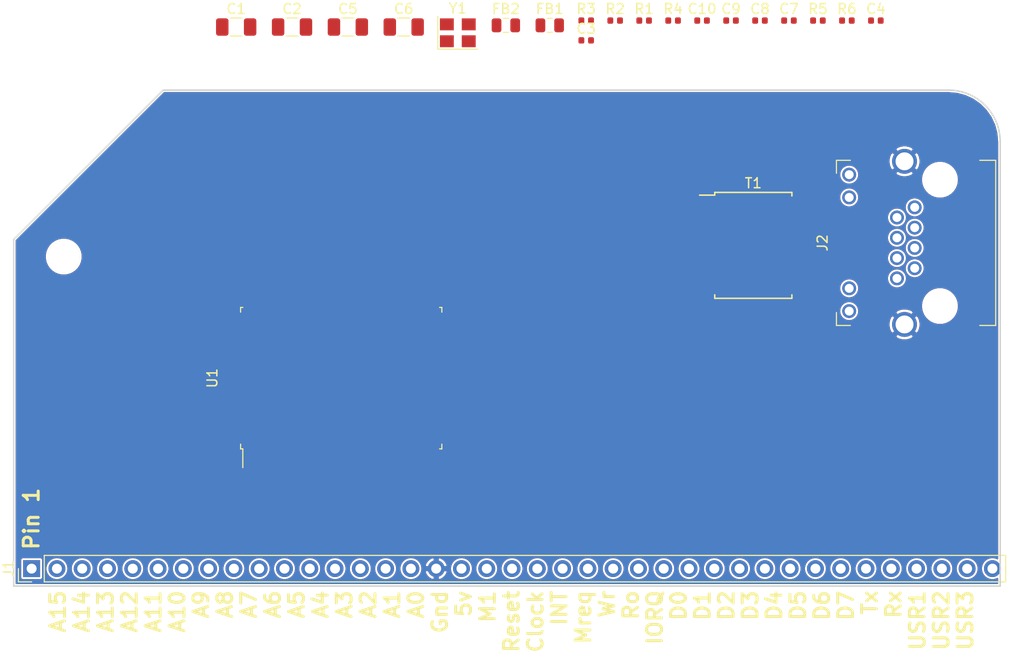
<source format=kicad_pcb>
(kicad_pcb (version 20171130) (host pcbnew 5.1.6)
  (layers (0 F.Cu signal) (31 B.Cu signal) (34 B.Paste user) (35 F.Paste user) (36 B.SilkS user) (37 F.SilkS user) (38 B.Mask user) (39 F.Mask user) (44 Edge.Cuts user))
  (net 0 "")
  (net 1 "Net-(C1-Pad2)")
  (net 2 GND)
  (net 3 "Net-(C2-Pad1)")
  (net 4 "Net-(C3-Pad2)")
  (net 5 "Net-(C4-Pad2)")
  (net 6 "Net-(C5-Pad1)")
  (net 7 "Net-(C6-Pad2)")
  (net 8 +5V)
  (net 9 GNDA)
  (net 10 +5VA)
  (net 11 "Net-(J1-Pad39)")
  (net 12 "Net-(J1-Pad38)")
  (net 13 "Net-(J1-Pad37)")
  (net 14 "Net-(J1-Pad36)")
  (net 15 "Net-(J1-Pad35)")
  (net 16 /D7)
  (net 17 /D6)
  (net 18 /D5)
  (net 19 /D4)
  (net 20 /D3)
  (net 21 /D2)
  (net 22 /D1)
  (net 23 /D0)
  (net 24 "Net-(J1-Pad26)")
  (net 25 "Net-(J1-Pad25)")
  (net 26 "Net-(J1-Pad24)")
  (net 27 "Net-(J1-Pad23)")
  (net 28 "Net-(J1-Pad22)")
  (net 29 "Net-(J1-Pad21)")
  (net 30 "Net-(J1-Pad20)")
  (net 31 "Net-(J1-Pad19)")
  (net 32 "Net-(J1-Pad16)")
  (net 33 "Net-(J1-Pad15)")
  (net 34 "Net-(J1-Pad14)")
  (net 35 "Net-(J1-Pad13)")
  (net 36 "Net-(J1-Pad12)")
  (net 37 "Net-(J1-Pad11)")
  (net 38 "Net-(J1-Pad10)")
  (net 39 "Net-(J1-Pad9)")
  (net 40 "Net-(J1-Pad8)")
  (net 41 "Net-(J1-Pad7)")
  (net 42 "Net-(J1-Pad6)")
  (net 43 "Net-(J1-Pad5)")
  (net 44 "Net-(J1-Pad4)")
  (net 45 "Net-(J1-Pad3)")
  (net 46 "Net-(J1-Pad2)")
  (net 47 "Net-(J1-Pad1)")
  (net 48 "Net-(R1-Pad1)")
  (net 49 "Net-(R3-Pad2)")
  (net 50 "Net-(R3-Pad1)")
  (net 51 "Net-(R4-Pad2)")
  (net 52 "Net-(R4-Pad1)")
  (net 53 "Net-(J2-Pad12)")
  (net 54 "Net-(J2-Pad10)")
  (net 55 "Net-(J2-Pad1)")
  (net 56 "Net-(J2-Pad2)")
  (net 57 "Net-(J2-Pad3)")
  (net 58 "Net-(J2-Pad6)")
  (net 59 "Net-(T1-Pad8)")
  (net 60 "Net-(T1-Pad6)")
  (net 61 "Net-(U1-Pad100)")
  (net 62 "Net-(U1-Pad99)")
  (net 63 "Net-(U1-Pad98)")
  (net 64 "Net-(U1-Pad97)")
  (net 65 "Net-(U1-Pad95)")
  (net 66 "Net-(U1-Pad94)")
  (net 67 "Net-(U1-Pad93)")
  (net 68 "Net-(U1-Pad92)")
  (net 69 "Net-(U1-Pad91)")
  (net 70 "Net-(U1-Pad90)")
  (net 71 "Net-(U1-Pad88)")
  (net 72 "Net-(U1-Pad87)")
  (net 73 "Net-(U1-Pad63)")
  (net 74 /LED1)
  (net 75 /LED0)
  (net 76 "Net-(U1-Pad60)")
  (net 77 "Net-(U1-Pad35)")
  (net 78 "Net-(U1-Pad34)")
  (net 79 "Net-(U1-Pad33)")
  (net 80 "Net-(U1-Pad32)")
  (net 81 "Net-(U1-Pad31)")
  (net 82 "Net-(U1-Pad30)")
  (net 83 "Net-(U1-Pad29)")
  (net 84 "Net-(U1-Pad27)")
  (net 85 "Net-(U1-Pad26)")
  (net 86 "Net-(U1-Pad25)")
  (net 87 "Net-(U1-Pad24)")
  (net 88 "Net-(U1-Pad23)")
  (net 89 "Net-(U1-Pad22)")
  (net 90 "Net-(U1-Pad21)")
  (net 91 "Net-(U1-Pad20)")
  (net 92 "Net-(U1-Pad19)")
  (net 93 "Net-(U1-Pad18)")
  (net 94 "Net-(U1-Pad16)")
  (net 95 "Net-(U1-Pad15)")
  (net 96 "Net-(U1-Pad13)")
  (net 97 "Net-(U1-Pad12)")
  (net 98 "Net-(U1-Pad11)")
  (net 99 "Net-(U1-Pad10)")
  (net 100 "Net-(U1-Pad9)")
  (net 101 "Net-(U1-Pad8)")
  (net 102 "Net-(U1-Pad7)")
  (net 103 "Net-(U1-Pad5)")
  (net 104 "Net-(U1-Pad4)")
  (net 105 "Net-(U1-Pad3)")
  (net 106 "Net-(U1-Pad2)")
  (net 107 "Net-(U1-Pad1)")
  (net 108 "Net-(Y1-Pad4)")
  (net 109 "Net-(Y1-Pad2)")
  (net 110 "Net-(J2-Pad8)")
  (net 111 "Net-(J2-Pad7)")
  (net 112 "Net-(J2-Pad5)")
  (net 113 "Net-(J2-Pad4)")
  (module Connector_Ethernet:8P8C_yellow_green_Ckmtw_C133529 (layer F.Cu) (at 135.25 39.25 90)
    (fp_text reference J2 (at 0 -11.8 90) (layer F.SilkS))
    (fp_text value 8P8C_Shielded)
    (fp_line (start -8.3 4) (end -8.3 5.6) (layer F.SilkS) (width 0.12))
    (fp_line (start -8.3 5.6) (end 8.3 5.6) (layer F.SilkS) (width 0.12))
    (fp_line (start 8.3 5.6) (end 8.3 4) (layer F.SilkS) (width 0.12))
    (fp_line (start -7 -10.4) (end -8.3 -10.4) (layer F.SilkS) (width 0.12))
    (fp_line (start -8.3 -10.4) (end -8.3 -9) (layer F.SilkS) (width 0.12))
    (fp_line (start 7 -10.4) (end 8.3 -10.4) (layer F.SilkS) (width 0.12))
    (fp_line (start 8.3 -10.4) (end 8.3 -9) (layer F.SilkS) (width 0.12))
    (pad 11 thru_hole circle (at -4.57 -9.12 90) (size 1.4 1.4) (drill 0.9) (layers *.Cu *.Mask) (net 74 /LED1))
    (pad 12 thru_hole circle (at -6.86 -9.12 90) (size 1.4 1.4) (drill 0.9) (layers *.Cu *.Mask) (net 53 "Net-(J2-Pad12)"))
    (pad 10 thru_hole circle (at 4.57 -9.12 90) (size 1.4 1.4) (drill 0.9) (layers *.Cu *.Mask) (net 54 "Net-(J2-Pad10)"))
    (pad 9 thru_hole circle (at 6.86 -9.12 90) (size 1.4 1.4) (drill 0.9) (layers *.Cu *.Mask) (net 75 /LED0))
    (pad 8 thru_hole circle (at -3.57 -4.32 90) (size 1.4 1.4) (drill 0.9) (layers *.Cu *.Mask) (net 110 "Net-(J2-Pad8)"))
    (pad 7 thru_hole circle (at -2.55 -2.54 90) (size 1.4 1.4) (drill 0.9) (layers *.Cu *.Mask) (net 111 "Net-(J2-Pad7)"))
    (pad 6 thru_hole circle (at -1.53 -4.32 90) (size 1.4 1.4) (drill 0.9) (layers *.Cu *.Mask) (net 58 "Net-(J2-Pad6)"))
    (pad 5 thru_hole circle (at -0.51 -2.54 90) (size 1.4 1.4) (drill 0.9) (layers *.Cu *.Mask) (net 112 "Net-(J2-Pad5)"))
    (pad 4 thru_hole circle (at 0.51 -4.32 90) (size 1.4 1.4) (drill 0.9) (layers *.Cu *.Mask) (net 113 "Net-(J2-Pad4)"))
    (pad 3 thru_hole circle (at 1.53 -2.54 90) (size 1.4 1.4) (drill 0.9) (layers *.Cu *.Mask) (net 57 "Net-(J2-Pad3)"))
    (pad 2 thru_hole circle (at 2.55 -4.32 90) (size 1.4 1.4) (drill 0.9) (layers *.Cu *.Mask) (net 56 "Net-(J2-Pad2)"))
    (pad 1 thru_hole circle (at 3.57 -2.54 90) (size 1.4 1.4) (drill 0.9) (layers *.Cu *.Mask) (net 55 "Net-(J2-Pad1)"))
    (pad SH thru_hole circle (at -8.2 -3.56 90) (size 2.5 2.5) (drill 1.8) (layers *.Cu *.Mask) (net 2 GND))
    (pad SH thru_hole circle (at 8.2 -3.56 90) (size 2.5 2.5) (drill 1.8) (layers *.Cu *.Mask) (net 2 GND))
    (pad "" np_thru_hole circle (at -6.35 0 270) (size 3.2 3.2) (drill 3.2) (layers *.Cu *.Mask))
    (pad "" np_thru_hole circle (at 6.35 0 90) (size 3.2 3.2) (drill 3.2) (layers *.Cu *.Mask))
  )
  (module Connector_PinHeader_2.54mm:PinHeader_1x39_P2.54mm_Vertical (layer F.Cu) (at 44 72 90)
    (fp_text reference J1 (at 0 -2.33 90) (layer F.SilkS))
    (fp_text value RC2014_BUS)
    (fp_line (start -1.33 97.85) (end 1.33 97.85) (layer F.SilkS) (width 0.12))
    (fp_line (start -1.33 1.27) (end -1.33 97.85) (layer F.SilkS) (width 0.12))
    (fp_line (start 1.33 1.27) (end 1.33 97.85) (layer F.SilkS) (width 0.12))
    (fp_line (start -1.33 1.27) (end 1.33 1.27) (layer F.SilkS) (width 0.12))
    (fp_line (start -1.33 0) (end -1.33 -1.33) (layer F.SilkS) (width 0.12))
    (fp_line (start -1.33 -1.33) (end 0 -1.33) (layer F.SilkS) (width 0.12))
    (pad 39 thru_hole oval (at 0 96.52 90) (size 1.7 1.7) (drill 1) (layers *.Cu *.Mask) (net 11 "Net-(J1-Pad39)"))
    (pad 38 thru_hole oval (at 0 93.98 90) (size 1.7 1.7) (drill 1) (layers *.Cu *.Mask) (net 12 "Net-(J1-Pad38)"))
    (pad 37 thru_hole oval (at 0 91.44 90) (size 1.7 1.7) (drill 1) (layers *.Cu *.Mask) (net 13 "Net-(J1-Pad37)"))
    (pad 36 thru_hole oval (at 0 88.9 90) (size 1.7 1.7) (drill 1) (layers *.Cu *.Mask) (net 14 "Net-(J1-Pad36)"))
    (pad 35 thru_hole oval (at 0 86.36 90) (size 1.7 1.7) (drill 1) (layers *.Cu *.Mask) (net 15 "Net-(J1-Pad35)"))
    (pad 34 thru_hole oval (at 0 83.82 90) (size 1.7 1.7) (drill 1) (layers *.Cu *.Mask) (net 16 /D7))
    (pad 33 thru_hole oval (at 0 81.28 90) (size 1.7 1.7) (drill 1) (layers *.Cu *.Mask) (net 17 /D6))
    (pad 32 thru_hole oval (at 0 78.74 90) (size 1.7 1.7) (drill 1) (layers *.Cu *.Mask) (net 18 /D5))
    (pad 31 thru_hole oval (at 0 76.2 90) (size 1.7 1.7) (drill 1) (layers *.Cu *.Mask) (net 19 /D4))
    (pad 30 thru_hole oval (at 0 73.66 90) (size 1.7 1.7) (drill 1) (layers *.Cu *.Mask) (net 20 /D3))
    (pad 29 thru_hole oval (at 0 71.12 90) (size 1.7 1.7) (drill 1) (layers *.Cu *.Mask) (net 21 /D2))
    (pad 28 thru_hole oval (at 0 68.58 90) (size 1.7 1.7) (drill 1) (layers *.Cu *.Mask) (net 22 /D1))
    (pad 27 thru_hole oval (at 0 66.04 90) (size 1.7 1.7) (drill 1) (layers *.Cu *.Mask) (net 23 /D0))
    (pad 26 thru_hole oval (at 0 63.5 90) (size 1.7 1.7) (drill 1) (layers *.Cu *.Mask) (net 24 "Net-(J1-Pad26)"))
    (pad 25 thru_hole oval (at 0 60.96 90) (size 1.7 1.7) (drill 1) (layers *.Cu *.Mask) (net 25 "Net-(J1-Pad25)"))
    (pad 24 thru_hole oval (at 0 58.42 90) (size 1.7 1.7) (drill 1) (layers *.Cu *.Mask) (net 26 "Net-(J1-Pad24)"))
    (pad 23 thru_hole oval (at 0 55.88 90) (size 1.7 1.7) (drill 1) (layers *.Cu *.Mask) (net 27 "Net-(J1-Pad23)"))
    (pad 22 thru_hole oval (at 0 53.34 90) (size 1.7 1.7) (drill 1) (layers *.Cu *.Mask) (net 28 "Net-(J1-Pad22)"))
    (pad 21 thru_hole oval (at 0 50.8 90) (size 1.7 1.7) (drill 1) (layers *.Cu *.Mask) (net 29 "Net-(J1-Pad21)"))
    (pad 20 thru_hole oval (at 0 48.26 90) (size 1.7 1.7) (drill 1) (layers *.Cu *.Mask) (net 30 "Net-(J1-Pad20)"))
    (pad 19 thru_hole oval (at 0 45.72 90) (size 1.7 1.7) (drill 1) (layers *.Cu *.Mask) (net 31 "Net-(J1-Pad19)"))
    (pad 18 thru_hole oval (at 0 43.18 90) (size 1.7 1.7) (drill 1) (layers *.Cu *.Mask) (net 8 +5V))
    (pad 17 thru_hole oval (at 0 40.64 90) (size 1.7 1.7) (drill 1) (layers *.Cu *.Mask) (net 2 GND))
    (pad 16 thru_hole oval (at 0 38.1 90) (size 1.7 1.7) (drill 1) (layers *.Cu *.Mask) (net 32 "Net-(J1-Pad16)"))
    (pad 15 thru_hole oval (at 0 35.56 90) (size 1.7 1.7) (drill 1) (layers *.Cu *.Mask) (net 33 "Net-(J1-Pad15)"))
    (pad 14 thru_hole oval (at 0 33.02 90) (size 1.7 1.7) (drill 1) (layers *.Cu *.Mask) (net 34 "Net-(J1-Pad14)"))
    (pad 13 thru_hole oval (at 0 30.48 90) (size 1.7 1.7) (drill 1) (layers *.Cu *.Mask) (net 35 "Net-(J1-Pad13)"))
    (pad 12 thru_hole oval (at 0 27.94 90) (size 1.7 1.7) (drill 1) (layers *.Cu *.Mask) (net 36 "Net-(J1-Pad12)"))
    (pad 11 thru_hole oval (at 0 25.4 90) (size 1.7 1.7) (drill 1) (layers *.Cu *.Mask) (net 37 "Net-(J1-Pad11)"))
    (pad 10 thru_hole oval (at 0 22.86 90) (size 1.7 1.7) (drill 1) (layers *.Cu *.Mask) (net 38 "Net-(J1-Pad10)"))
    (pad 9 thru_hole oval (at 0 20.32 90) (size 1.7 1.7) (drill 1) (layers *.Cu *.Mask) (net 39 "Net-(J1-Pad9)"))
    (pad 8 thru_hole oval (at 0 17.78 90) (size 1.7 1.7) (drill 1) (layers *.Cu *.Mask) (net 40 "Net-(J1-Pad8)"))
    (pad 7 thru_hole oval (at 0 15.24 90) (size 1.7 1.7) (drill 1) (layers *.Cu *.Mask) (net 41 "Net-(J1-Pad7)"))
    (pad 6 thru_hole oval (at 0 12.7 90) (size 1.7 1.7) (drill 1) (layers *.Cu *.Mask) (net 42 "Net-(J1-Pad6)"))
    (pad 5 thru_hole oval (at 0 10.16 90) (size 1.7 1.7) (drill 1) (layers *.Cu *.Mask) (net 43 "Net-(J1-Pad5)"))
    (pad 4 thru_hole oval (at 0 7.62 90) (size 1.7 1.7) (drill 1) (layers *.Cu *.Mask) (net 44 "Net-(J1-Pad4)"))
    (pad 3 thru_hole oval (at 0 5.08 90) (size 1.7 1.7) (drill 1) (layers *.Cu *.Mask) (net 45 "Net-(J1-Pad3)"))
    (pad 2 thru_hole oval (at 0 2.54 90) (size 1.7 1.7) (drill 1) (layers *.Cu *.Mask) (net 46 "Net-(J1-Pad2)"))
    (pad 1 thru_hole rect (at 0 0 90) (size 1.7 1.7) (drill 1) (layers *.Cu *.Mask) (net 47 "Net-(J1-Pad1)"))
  )
  (module Crystal:Crystal_SMD_3225-4Pin_3.2x2.5mm (layer F.Cu) (at 86.81 18.13)
    (fp_text reference Y1 (at 0 -2.45) (layer F.SilkS))
    (fp_text value 20MHz)
    (fp_line (start -2 -1.65) (end -2 1.65) (layer F.SilkS) (width 0.12))
    (fp_line (start -2 1.65) (end 2 1.65) (layer F.SilkS) (width 0.12))
    (pad 4 smd rect (at -1.1 -0.85) (size 1.4 1.2) (layers F.Cu F.Paste F.Mask) (net 108 "Net-(Y1-Pad4)"))
    (pad 3 smd rect (at 1.1 -0.85) (size 1.4 1.2) (layers F.Cu F.Paste F.Mask) (net 5 "Net-(C4-Pad2)"))
    (pad 2 smd rect (at 1.1 0.85) (size 1.4 1.2) (layers F.Cu F.Paste F.Mask) (net 109 "Net-(Y1-Pad2)"))
    (pad 1 smd rect (at -1.1 0.85) (size 1.4 1.2) (layers F.Cu F.Paste F.Mask) (net 4 "Net-(C3-Pad2)"))
  )
  (module Package_QFP:PQFP-100_14x20mm_P0.65mm (layer F.Cu) (at 75.1 52.85 90)
    (fp_text reference U1 (at 0 -12.95 90) (layer F.SilkS))
    (fp_text value RTL8019AS)
    (fp_line (start 6.635 10.11) (end 7.11 10.11) (layer F.SilkS) (width 0.12))
    (fp_line (start 7.11 10.11) (end 7.11 9.885) (layer F.SilkS) (width 0.12))
    (fp_line (start -6.635 10.11) (end -7.11 10.11) (layer F.SilkS) (width 0.12))
    (fp_line (start -7.11 10.11) (end -7.11 9.885) (layer F.SilkS) (width 0.12))
    (fp_line (start 6.635 -10.11) (end 7.11 -10.11) (layer F.SilkS) (width 0.12))
    (fp_line (start 7.11 -10.11) (end 7.11 -9.885) (layer F.SilkS) (width 0.12))
    (fp_line (start -6.635 -10.11) (end -7.11 -10.11) (layer F.SilkS) (width 0.12))
    (fp_line (start -7.11 -10.11) (end -7.11 -9.885) (layer F.SilkS) (width 0.12))
    (fp_line (start -7.11 -9.885) (end -9 -9.885) (layer F.SilkS) (width 0.12))
    (pad 100 smd roundrect (at -6.175 -11.125 90) (size 0.4 1.75) (layers F.Cu F.Paste F.Mask) (net 61 "Net-(U1-Pad100)"))
    (pad 99 smd roundrect (at -5.525 -11.125 90) (size 0.4 1.75) (layers F.Cu F.Paste F.Mask) (net 62 "Net-(U1-Pad99)"))
    (pad 98 smd roundrect (at -4.875 -11.125 90) (size 0.4 1.75) (layers F.Cu F.Paste F.Mask) (net 63 "Net-(U1-Pad98)"))
    (pad 97 smd roundrect (at -4.225 -11.125 90) (size 0.4 1.75) (layers F.Cu F.Paste F.Mask) (net 64 "Net-(U1-Pad97)"))
    (pad 96 smd roundrect (at -3.575 -11.125 90) (size 0.4 1.75) (layers F.Cu F.Paste F.Mask) (net 48 "Net-(R1-Pad1)"))
    (pad 95 smd roundrect (at -2.925 -11.125 90) (size 0.4 1.75) (layers F.Cu F.Paste F.Mask) (net 65 "Net-(U1-Pad95)"))
    (pad 94 smd roundrect (at -2.275 -11.125 90) (size 0.4 1.75) (layers F.Cu F.Paste F.Mask) (net 66 "Net-(U1-Pad94)"))
    (pad 93 smd roundrect (at -1.625 -11.125 90) (size 0.4 1.75) (layers F.Cu F.Paste F.Mask) (net 67 "Net-(U1-Pad93)"))
    (pad 92 smd roundrect (at -0.975 -11.125 90) (size 0.4 1.75) (layers F.Cu F.Paste F.Mask) (net 68 "Net-(U1-Pad92)"))
    (pad 91 smd roundrect (at -0.325 -11.125 90) (size 0.4 1.75) (layers F.Cu F.Paste F.Mask) (net 69 "Net-(U1-Pad91)"))
    (pad 90 smd roundrect (at 0.325 -11.125 90) (size 0.4 1.75) (layers F.Cu F.Paste F.Mask) (net 70 "Net-(U1-Pad90)"))
    (pad 89 smd roundrect (at 0.975 -11.125 90) (size 0.4 1.75) (layers F.Cu F.Paste F.Mask) (net 8 +5V))
    (pad 88 smd roundrect (at 1.625 -11.125 90) (size 0.4 1.75) (layers F.Cu F.Paste F.Mask) (net 71 "Net-(U1-Pad88)"))
    (pad 87 smd roundrect (at 2.275 -11.125 90) (size 0.4 1.75) (layers F.Cu F.Paste F.Mask) (net 72 "Net-(U1-Pad87)"))
    (pad 86 smd roundrect (at 2.925 -11.125 90) (size 0.4 1.75) (layers F.Cu F.Paste F.Mask) (net 2 GND))
    (pad 85 smd roundrect (at 3.575 -11.125 90) (size 0.4 1.75) (layers F.Cu F.Paste F.Mask))
    (pad 84 smd roundrect (at 4.225 -11.125 90) (size 0.4 1.75) (layers F.Cu F.Paste F.Mask))
    (pad 83 smd roundrect (at 4.875 -11.125 90) (size 0.4 1.75) (layers F.Cu F.Paste F.Mask) (net 2 GND))
    (pad 82 smd roundrect (at 5.525 -11.125 90) (size 0.4 1.75) (layers F.Cu F.Paste F.Mask))
    (pad 81 smd roundrect (at 6.175 -11.125 90) (size 0.4 1.75) (layers F.Cu F.Paste F.Mask))
    (pad 80 smd roundrect (at 8.125 -9.425 90) (size 1.75 0.4) (layers F.Cu F.Paste F.Mask))
    (pad 79 smd roundrect (at 8.125 -8.775 90) (size 1.75 0.4) (layers F.Cu F.Paste F.Mask))
    (pad 78 smd roundrect (at 8.125 -8.125 90) (size 1.75 0.4) (layers F.Cu F.Paste F.Mask))
    (pad 77 smd roundrect (at 8.125 -7.475 90) (size 1.75 0.4) (layers F.Cu F.Paste F.Mask) (net 49 "Net-(R3-Pad2)"))
    (pad 76 smd roundrect (at 8.125 -6.825 90) (size 1.75 0.4) (layers F.Cu F.Paste F.Mask))
    (pad 75 smd roundrect (at 8.125 -6.175 90) (size 1.75 0.4) (layers F.Cu F.Paste F.Mask))
    (pad 74 smd roundrect (at 8.125 -5.525 90) (size 1.75 0.4) (layers F.Cu F.Paste F.Mask))
    (pad 73 smd roundrect (at 8.125 -4.875 90) (size 1.75 0.4) (layers F.Cu F.Paste F.Mask))
    (pad 72 smd roundrect (at 8.125 -4.225 90) (size 1.75 0.4) (layers F.Cu F.Paste F.Mask))
    (pad 71 smd roundrect (at 8.125 -3.575 90) (size 1.75 0.4) (layers F.Cu F.Paste F.Mask))
    (pad 70 smd roundrect (at 8.125 -2.925 90) (size 1.75 0.4) (layers F.Cu F.Paste F.Mask) (net 8 +5V))
    (pad 69 smd roundrect (at 8.125 -2.275 90) (size 1.75 0.4) (layers F.Cu F.Paste F.Mask))
    (pad 68 smd roundrect (at 8.125 -1.625 90) (size 1.75 0.4) (layers F.Cu F.Paste F.Mask))
    (pad 67 smd roundrect (at 8.125 -0.975 90) (size 1.75 0.4) (layers F.Cu F.Paste F.Mask))
    (pad 66 smd roundrect (at 8.125 -0.325 90) (size 1.75 0.4) (layers F.Cu F.Paste F.Mask))
    (pad 65 smd roundrect (at 8.125 0.325 90) (size 1.75 0.4) (layers F.Cu F.Paste F.Mask) (net 8 +5V))
    (pad 64 smd roundrect (at 8.125 0.975 90) (size 1.75 0.4) (layers F.Cu F.Paste F.Mask) (net 50 "Net-(R3-Pad1)"))
    (pad 63 smd roundrect (at 8.125 1.625 90) (size 1.75 0.4) (layers F.Cu F.Paste F.Mask) (net 73 "Net-(U1-Pad63)"))
    (pad 62 smd roundrect (at 8.125 2.275 90) (size 1.75 0.4) (layers F.Cu F.Paste F.Mask) (net 74 /LED1))
    (pad 61 smd roundrect (at 8.125 2.925 90) (size 1.75 0.4) (layers F.Cu F.Paste F.Mask) (net 75 /LED0))
    (pad 60 smd roundrect (at 8.125 3.575 90) (size 1.75 0.4) (layers F.Cu F.Paste F.Mask) (net 76 "Net-(U1-Pad60)"))
    (pad 59 smd roundrect (at 8.125 4.225 90) (size 1.75 0.4) (layers F.Cu F.Paste F.Mask) (net 52 "Net-(R4-Pad1)"))
    (pad 58 smd roundrect (at 8.125 4.875 90) (size 1.75 0.4) (layers F.Cu F.Paste F.Mask) (net 51 "Net-(R4-Pad2)"))
    (pad 57 smd roundrect (at 8.125 5.525 90) (size 1.75 0.4) (layers F.Cu F.Paste F.Mask) (net 8 +5V))
    (pad 56 smd roundrect (at 8.125 6.175 90) (size 1.75 0.4) (layers F.Cu F.Paste F.Mask))
    (pad 55 smd roundrect (at 8.125 6.825 90) (size 1.75 0.4) (layers F.Cu F.Paste F.Mask))
    (pad 54 smd roundrect (at 8.125 7.475 90) (size 1.75 0.4) (layers F.Cu F.Paste F.Mask))
    (pad 53 smd roundrect (at 8.125 8.125 90) (size 1.75 0.4) (layers F.Cu F.Paste F.Mask))
    (pad 52 smd roundrect (at 8.125 8.775 90) (size 1.75 0.4) (layers F.Cu F.Paste F.Mask) (net 2 GND))
    (pad 51 smd roundrect (at 8.125 9.425 90) (size 1.75 0.4) (layers F.Cu F.Paste F.Mask) (net 4 "Net-(C3-Pad2)"))
    (pad 50 smd roundrect (at 6.175 11.125 90) (size 0.4 1.75) (layers F.Cu F.Paste F.Mask) (net 5 "Net-(C4-Pad2)"))
    (pad 49 smd roundrect (at 5.525 11.125 90) (size 0.4 1.75) (layers F.Cu F.Paste F.Mask))
    (pad 48 smd roundrect (at 4.875 11.125 90) (size 0.4 1.75) (layers F.Cu F.Paste F.Mask))
    (pad 47 smd roundrect (at 4.225 11.125 90) (size 0.4 1.75) (layers F.Cu F.Paste F.Mask) (net 8 +5V))
    (pad 46 smd roundrect (at 3.575 11.125 90) (size 0.4 1.75) (layers F.Cu F.Paste F.Mask) (net 59 "Net-(T1-Pad8)"))
    (pad 45 smd roundrect (at 2.925 11.125 90) (size 0.4 1.75) (layers F.Cu F.Paste F.Mask) (net 60 "Net-(T1-Pad6)"))
    (pad 44 smd roundrect (at 2.275 11.125 90) (size 0.4 1.75) (layers F.Cu F.Paste F.Mask) (net 2 GND))
    (pad 43 smd roundrect (at 1.625 11.125 90) (size 0.4 1.75) (layers F.Cu F.Paste F.Mask) (net 16 /D7))
    (pad 42 smd roundrect (at 0.975 11.125 90) (size 0.4 1.75) (layers F.Cu F.Paste F.Mask) (net 17 /D6))
    (pad 41 smd roundrect (at 0.325 11.125 90) (size 0.4 1.75) (layers F.Cu F.Paste F.Mask) (net 18 /D5))
    (pad 40 smd roundrect (at -0.325 11.125 90) (size 0.4 1.75) (layers F.Cu F.Paste F.Mask) (net 19 /D4))
    (pad 39 smd roundrect (at -0.975 11.125 90) (size 0.4 1.75) (layers F.Cu F.Paste F.Mask) (net 20 /D3))
    (pad 38 smd roundrect (at -1.625 11.125 90) (size 0.4 1.75) (layers F.Cu F.Paste F.Mask) (net 21 /D2))
    (pad 37 smd roundrect (at -2.275 11.125 90) (size 0.4 1.75) (layers F.Cu F.Paste F.Mask) (net 22 /D1))
    (pad 36 smd roundrect (at -2.925 11.125 90) (size 0.4 1.75) (layers F.Cu F.Paste F.Mask) (net 23 /D0))
    (pad 35 smd roundrect (at -3.575 11.125 90) (size 0.4 1.75) (layers F.Cu F.Paste F.Mask) (net 77 "Net-(U1-Pad35)"))
    (pad 34 smd roundrect (at -4.225 11.125 90) (size 0.4 1.75) (layers F.Cu F.Paste F.Mask) (net 78 "Net-(U1-Pad34)"))
    (pad 33 smd roundrect (at -4.875 11.125 90) (size 0.4 1.75) (layers F.Cu F.Paste F.Mask) (net 79 "Net-(U1-Pad33)"))
    (pad 32 smd roundrect (at -5.525 11.125 90) (size 0.4 1.75) (layers F.Cu F.Paste F.Mask) (net 80 "Net-(U1-Pad32)"))
    (pad 31 smd roundrect (at -6.175 11.125 90) (size 0.4 1.75) (layers F.Cu F.Paste F.Mask) (net 81 "Net-(U1-Pad31)"))
    (pad 30 smd roundrect (at -8.125 9.425 90) (size 1.75 0.4) (layers F.Cu F.Paste F.Mask) (net 82 "Net-(U1-Pad30)"))
    (pad 29 smd roundrect (at -8.125 8.775 90) (size 1.75 0.4) (layers F.Cu F.Paste F.Mask) (net 83 "Net-(U1-Pad29)"))
    (pad 28 smd roundrect (at -8.125 8.125 90) (size 1.75 0.4) (layers F.Cu F.Paste F.Mask) (net 2 GND))
    (pad 27 smd roundrect (at -8.125 7.475 90) (size 1.75 0.4) (layers F.Cu F.Paste F.Mask) (net 84 "Net-(U1-Pad27)"))
    (pad 26 smd roundrect (at -8.125 6.825 90) (size 1.75 0.4) (layers F.Cu F.Paste F.Mask) (net 85 "Net-(U1-Pad26)"))
    (pad 25 smd roundrect (at -8.125 6.175 90) (size 1.75 0.4) (layers F.Cu F.Paste F.Mask) (net 86 "Net-(U1-Pad25)"))
    (pad 24 smd roundrect (at -8.125 5.525 90) (size 1.75 0.4) (layers F.Cu F.Paste F.Mask) (net 87 "Net-(U1-Pad24)"))
    (pad 23 smd roundrect (at -8.125 4.875 90) (size 1.75 0.4) (layers F.Cu F.Paste F.Mask) (net 88 "Net-(U1-Pad23)"))
    (pad 22 smd roundrect (at -8.125 4.225 90) (size 1.75 0.4) (layers F.Cu F.Paste F.Mask) (net 89 "Net-(U1-Pad22)"))
    (pad 21 smd roundrect (at -8.125 3.575 90) (size 1.75 0.4) (layers F.Cu F.Paste F.Mask) (net 90 "Net-(U1-Pad21)"))
    (pad 20 smd roundrect (at -8.125 2.925 90) (size 1.75 0.4) (layers F.Cu F.Paste F.Mask) (net 91 "Net-(U1-Pad20)"))
    (pad 19 smd roundrect (at -8.125 2.275 90) (size 1.75 0.4) (layers F.Cu F.Paste F.Mask) (net 92 "Net-(U1-Pad19)"))
    (pad 18 smd roundrect (at -8.125 1.625 90) (size 1.75 0.4) (layers F.Cu F.Paste F.Mask) (net 93 "Net-(U1-Pad18)"))
    (pad 17 smd roundrect (at -8.125 0.975 90) (size 1.75 0.4) (layers F.Cu F.Paste F.Mask) (net 8 +5V))
    (pad 16 smd roundrect (at -8.125 0.325 90) (size 1.75 0.4) (layers F.Cu F.Paste F.Mask) (net 94 "Net-(U1-Pad16)"))
    (pad 15 smd roundrect (at -8.125 -0.325 90) (size 1.75 0.4) (layers F.Cu F.Paste F.Mask) (net 95 "Net-(U1-Pad15)"))
    (pad 14 smd roundrect (at -8.125 -0.975 90) (size 1.75 0.4) (layers F.Cu F.Paste F.Mask) (net 2 GND))
    (pad 13 smd roundrect (at -8.125 -1.625 90) (size 1.75 0.4) (layers F.Cu F.Paste F.Mask) (net 96 "Net-(U1-Pad13)"))
    (pad 12 smd roundrect (at -8.125 -2.275 90) (size 1.75 0.4) (layers F.Cu F.Paste F.Mask) (net 97 "Net-(U1-Pad12)"))
    (pad 11 smd roundrect (at -8.125 -2.925 90) (size 1.75 0.4) (layers F.Cu F.Paste F.Mask) (net 98 "Net-(U1-Pad11)"))
    (pad 10 smd roundrect (at -8.125 -3.575 90) (size 1.75 0.4) (layers F.Cu F.Paste F.Mask) (net 99 "Net-(U1-Pad10)"))
    (pad 9 smd roundrect (at -8.125 -4.225 90) (size 1.75 0.4) (layers F.Cu F.Paste F.Mask) (net 100 "Net-(U1-Pad9)"))
    (pad 8 smd roundrect (at -8.125 -4.875 90) (size 1.75 0.4) (layers F.Cu F.Paste F.Mask) (net 101 "Net-(U1-Pad8)"))
    (pad 7 smd roundrect (at -8.125 -5.525 90) (size 1.75 0.4) (layers F.Cu F.Paste F.Mask) (net 102 "Net-(U1-Pad7)"))
    (pad 6 smd roundrect (at -8.125 -6.175 90) (size 1.75 0.4) (layers F.Cu F.Paste F.Mask) (net 8 +5V))
    (pad 5 smd roundrect (at -8.125 -6.825 90) (size 1.75 0.4) (layers F.Cu F.Paste F.Mask) (net 103 "Net-(U1-Pad5)"))
    (pad 4 smd roundrect (at -8.125 -7.475 90) (size 1.75 0.4) (layers F.Cu F.Paste F.Mask) (net 104 "Net-(U1-Pad4)"))
    (pad 3 smd roundrect (at -8.125 -8.125 90) (size 1.75 0.4) (layers F.Cu F.Paste F.Mask) (net 105 "Net-(U1-Pad3)"))
    (pad 2 smd roundrect (at -8.125 -8.775 90) (size 1.75 0.4) (layers F.Cu F.Paste F.Mask) (net 106 "Net-(U1-Pad2)"))
    (pad 1 smd roundrect (at -8.125 -9.425 90) (size 1.75 0.4) (layers F.Cu F.Paste F.Mask) (net 107 "Net-(U1-Pad1)"))
  )
  (module Package_SO:SOIC-16W-12_7.5x10.3mm_P1.27mm (layer F.Cu) (at 116.5 39.5)
    (fp_text reference T1 (at 0 -6.25) (layer F.SilkS))
    (fp_text value 13F-39MNL)
    (fp_line (start -3.875 -5.325) (end -3.875 -5.05) (layer F.SilkS) (width 0.15))
    (fp_line (start 3.875 -5.325) (end 3.875 -4.97) (layer F.SilkS) (width 0.15))
    (fp_line (start 3.875 5.325) (end 3.875 4.97) (layer F.SilkS) (width 0.15))
    (fp_line (start -3.875 5.325) (end -3.875 4.97) (layer F.SilkS) (width 0.15))
    (fp_line (start -3.875 -5.325) (end 3.875 -5.325) (layer F.SilkS) (width 0.15))
    (fp_line (start -3.875 5.325) (end 3.875 5.325) (layer F.SilkS) (width 0.15))
    (fp_line (start -3.875 -5.05) (end -5.4 -5.05) (layer F.SilkS) (width 0.15))
    (pad 16 smd rect (at 4.65 -4.445) (size 1.5 0.6) (layers F.Cu F.Paste F.Mask) (net 55 "Net-(J2-Pad1)"))
    (pad 15 smd rect (at 4.65 -3.175) (size 1.5 0.6) (layers F.Cu F.Paste F.Mask) (net 7 "Net-(C6-Pad2)"))
    (pad 14 smd rect (at 4.65 -1.905) (size 1.5 0.6) (layers F.Cu F.Paste F.Mask) (net 56 "Net-(J2-Pad2)"))
    (pad 11 smd rect (at 4.65 1.905) (size 1.5 0.6) (layers F.Cu F.Paste F.Mask) (net 57 "Net-(J2-Pad3)"))
    (pad 10 smd rect (at 4.65 3.175) (size 1.5 0.6) (layers F.Cu F.Paste F.Mask) (net 6 "Net-(C5-Pad1)"))
    (pad 9 smd rect (at 4.65 4.445) (size 1.5 0.6) (layers F.Cu F.Paste F.Mask) (net 58 "Net-(J2-Pad6)"))
    (pad 8 smd rect (at -4.65 4.445) (size 1.5 0.6) (layers F.Cu F.Paste F.Mask) (net 59 "Net-(T1-Pad8)"))
    (pad 7 smd rect (at -4.65 3.175) (size 1.5 0.6) (layers F.Cu F.Paste F.Mask) (net 3 "Net-(C2-Pad1)"))
    (pad 6 smd rect (at -4.65 1.905) (size 1.5 0.6) (layers F.Cu F.Paste F.Mask) (net 60 "Net-(T1-Pad6)"))
    (pad 3 smd rect (at -4.65 -1.905) (size 1.5 0.6) (layers F.Cu F.Paste F.Mask) (net 51 "Net-(R4-Pad2)"))
    (pad 2 smd rect (at -4.65 -3.175) (size 1.5 0.6) (layers F.Cu F.Paste F.Mask) (net 1 "Net-(C1-Pad2)"))
    (pad 1 smd rect (at -4.65 -4.445) (size 1.5 0.6) (layers F.Cu F.Paste F.Mask) (net 52 "Net-(R4-Pad1)"))
  )
  (module Resistor_SMD:R_0402_1005Metric (layer F.Cu) (at 125.9 16.9)
    (fp_text reference R6 (at 0 -1.17) (layer F.SilkS))
    (fp_text value 1k)
    (pad 2 smd roundrect (at 0.485 0) (size 0.59 0.64) (layers F.Cu F.Paste F.Mask) (net 54 "Net-(J2-Pad10)"))
    (pad 1 smd roundrect (at -0.485 0) (size 0.59 0.64) (layers F.Cu F.Paste F.Mask) (net 8 +5V))
  )
  (module Resistor_SMD:R_0402_1005Metric (layer F.Cu) (at 122.99 16.9)
    (fp_text reference R5 (at 0 -1.17) (layer F.SilkS))
    (fp_text value 1k)
    (pad 2 smd roundrect (at 0.485 0) (size 0.59 0.64) (layers F.Cu F.Paste F.Mask) (net 53 "Net-(J2-Pad12)"))
    (pad 1 smd roundrect (at -0.485 0) (size 0.59 0.64) (layers F.Cu F.Paste F.Mask) (net 8 +5V))
  )
  (module Resistor_SMD:R_0402_1005Metric (layer F.Cu) (at 108.44 16.9)
    (fp_text reference R4 (at 0 -1.17) (layer F.SilkS))
    (fp_text value 200R)
    (pad 2 smd roundrect (at 0.485 0) (size 0.59 0.64) (layers F.Cu F.Paste F.Mask) (net 51 "Net-(R4-Pad2)"))
    (pad 1 smd roundrect (at -0.485 0) (size 0.59 0.64) (layers F.Cu F.Paste F.Mask) (net 52 "Net-(R4-Pad1)"))
  )
  (module Resistor_SMD:R_0402_1005Metric (layer F.Cu) (at 99.71 16.9)
    (fp_text reference R3 (at 0 -1.17) (layer F.SilkS))
    (fp_text value 10k)
    (pad 2 smd roundrect (at 0.485 0) (size 0.59 0.64) (layers F.Cu F.Paste F.Mask) (net 49 "Net-(R3-Pad2)"))
    (pad 1 smd roundrect (at -0.485 0) (size 0.59 0.64) (layers F.Cu F.Paste F.Mask) (net 50 "Net-(R3-Pad1)"))
  )
  (module Resistor_SMD:R_0402_1005Metric (layer F.Cu) (at 102.62 16.9)
    (fp_text reference R2 (at 0 -1.17) (layer F.SilkS))
    (fp_text value 1M)
    (pad 2 smd roundrect (at 0.485 0) (size 0.59 0.64) (layers F.Cu F.Paste F.Mask) (net 5 "Net-(C4-Pad2)"))
    (pad 1 smd roundrect (at -0.485 0) (size 0.59 0.64) (layers F.Cu F.Paste F.Mask) (net 4 "Net-(C3-Pad2)"))
  )
  (module Resistor_SMD:R_0402_1005Metric (layer F.Cu) (at 105.53 16.9)
    (fp_text reference R1 (at 0 -1.17) (layer F.SilkS))
    (fp_text value 27k)
    (pad 2 smd roundrect (at 0.485 0) (size 0.59 0.64) (layers F.Cu F.Paste F.Mask) (net 2 GND))
    (pad 1 smd roundrect (at -0.485 0) (size 0.59 0.64) (layers F.Cu F.Paste F.Mask) (net 48 "Net-(R1-Pad1)"))
  )
  (module Inductor_SMD:L_0805_2012Metric (layer F.Cu) (at 91.64 17.38)
    (fp_text reference FB2 (at 0 -1.65) (layer F.SilkS))
    (fp_text value Ferrite_Bead)
    (fp_line (start -0.258578 -0.71) (end 0.258578 -0.71) (layer F.SilkS) (width 0.12))
    (fp_line (start -0.258578 0.71) (end 0.258578 0.71) (layer F.SilkS) (width 0.12))
    (pad 2 smd roundrect (at 0.9375 0) (size 0.975 1.4) (layers F.Cu F.Paste F.Mask) (net 9 GNDA))
    (pad 1 smd roundrect (at -0.9375 0) (size 0.975 1.4) (layers F.Cu F.Paste F.Mask) (net 2 GND))
  )
  (module Inductor_SMD:L_0805_2012Metric (layer F.Cu) (at 96.05 17.38)
    (fp_text reference FB1 (at 0 -1.65) (layer F.SilkS))
    (fp_text value Ferrite_Bead)
    (fp_line (start -0.258578 -0.71) (end 0.258578 -0.71) (layer F.SilkS) (width 0.12))
    (fp_line (start -0.258578 0.71) (end 0.258578 0.71) (layer F.SilkS) (width 0.12))
    (pad 2 smd roundrect (at 0.9375 0) (size 0.975 1.4) (layers F.Cu F.Paste F.Mask) (net 8 +5V))
    (pad 1 smd roundrect (at -0.9375 0) (size 0.975 1.4) (layers F.Cu F.Paste F.Mask) (net 10 +5VA))
  )
  (module Capacitor_SMD:C_0402_1005Metric (layer F.Cu) (at 111.35 16.9)
    (fp_text reference C10 (at 0 -1.17) (layer F.SilkS))
    (fp_text value 100n)
    (pad 2 smd roundrect (at 0.485 0) (size 0.59 0.64) (layers F.Cu F.Paste F.Mask) (net 9 GNDA))
    (pad 1 smd roundrect (at -0.485 0) (size 0.59 0.64) (layers F.Cu F.Paste F.Mask) (net 10 +5VA))
  )
  (module Capacitor_SMD:C_0402_1005Metric (layer F.Cu) (at 114.26 16.9)
    (fp_text reference C9 (at 0 -1.17) (layer F.SilkS))
    (fp_text value 100n)
    (pad 2 smd roundrect (at 0.485 0) (size 0.59 0.64) (layers F.Cu F.Paste F.Mask) (net 9 GNDA))
    (pad 1 smd roundrect (at -0.485 0) (size 0.59 0.64) (layers F.Cu F.Paste F.Mask) (net 10 +5VA))
  )
  (module Capacitor_SMD:C_0402_1005Metric (layer F.Cu) (at 117.17 16.9)
    (fp_text reference C8 (at 0 -1.17) (layer F.SilkS))
    (fp_text value 100n)
    (pad 2 smd roundrect (at 0.485 0) (size 0.59 0.64) (layers F.Cu F.Paste F.Mask) (net 2 GND))
    (pad 1 smd roundrect (at -0.485 0) (size 0.59 0.64) (layers F.Cu F.Paste F.Mask) (net 8 +5V))
  )
  (module Capacitor_SMD:C_0402_1005Metric (layer F.Cu) (at 120.08 16.9)
    (fp_text reference C7 (at 0 -1.17) (layer F.SilkS))
    (fp_text value 100n)
    (pad 2 smd roundrect (at 0.485 0) (size 0.59 0.64) (layers F.Cu F.Paste F.Mask) (net 2 GND))
    (pad 1 smd roundrect (at -0.485 0) (size 0.59 0.64) (layers F.Cu F.Paste F.Mask) (net 8 +5V))
  )
  (module Capacitor_SMD:C_1206_3216Metric (layer F.Cu) (at 81.38 17.55)
    (fp_text reference C6 (at 0 -1.82) (layer F.SilkS))
    (fp_text value 1nF)
    (fp_line (start -0.602064 -0.91) (end 0.602064 -0.91) (layer F.SilkS) (width 0.12))
    (fp_line (start -0.602064 0.91) (end 0.602064 0.91) (layer F.SilkS) (width 0.12))
    (pad 2 smd roundrect (at 1.4 0) (size 1.25 1.75) (layers F.Cu F.Paste F.Mask) (roundrect_rratio 0.2) (net 7 "Net-(C6-Pad2)"))
    (pad 1 smd roundrect (at -1.4 0) (size 1.25 1.75) (layers F.Cu F.Paste F.Mask) (roundrect_rratio 0.2) (net 2 GND))
  )
  (module Capacitor_SMD:C_1206_3216Metric (layer F.Cu) (at 75.77 17.55)
    (fp_text reference C5 (at 0 -1.82) (layer F.SilkS))
    (fp_text value 1nF)
    (fp_line (start -0.602064 -0.91) (end 0.602064 -0.91) (layer F.SilkS) (width 0.12))
    (fp_line (start -0.602064 0.91) (end 0.602064 0.91) (layer F.SilkS) (width 0.12))
    (pad 2 smd roundrect (at 1.4 0) (size 1.25 1.75) (layers F.Cu F.Paste F.Mask) (roundrect_rratio 0.2) (net 2 GND))
    (pad 1 smd roundrect (at -1.4 0) (size 1.25 1.75) (layers F.Cu F.Paste F.Mask) (roundrect_rratio 0.2) (net 6 "Net-(C5-Pad1)"))
  )
  (module Capacitor_SMD:C_0402_1005Metric (layer F.Cu) (at 128.81 16.9)
    (fp_text reference C4 (at 0 -1.17) (layer F.SilkS))
    (fp_text value 20p)
    (pad 2 smd roundrect (at 0.485 0) (size 0.59 0.64) (layers F.Cu F.Paste F.Mask) (net 5 "Net-(C4-Pad2)"))
    (pad 1 smd roundrect (at -0.485 0) (size 0.59 0.64) (layers F.Cu F.Paste F.Mask) (net 2 GND))
  )
  (module Capacitor_SMD:C_0402_1005Metric (layer F.Cu) (at 99.71 18.89)
    (fp_text reference C3 (at 0 -1.17) (layer F.SilkS))
    (fp_text value 20p)
    (pad 2 smd roundrect (at 0.485 0) (size 0.59 0.64) (layers F.Cu F.Paste F.Mask) (net 4 "Net-(C3-Pad2)"))
    (pad 1 smd roundrect (at -0.485 0) (size 0.59 0.64) (layers F.Cu F.Paste F.Mask) (net 2 GND))
  )
  (module Capacitor_SMD:C_1206_3216Metric (layer F.Cu) (at 70.16 17.55)
    (fp_text reference C2 (at 0 -1.82) (layer F.SilkS))
    (fp_text value 1nF)
    (fp_line (start -0.602064 -0.91) (end 0.602064 -0.91) (layer F.SilkS) (width 0.12))
    (fp_line (start -0.602064 0.91) (end 0.602064 0.91) (layer F.SilkS) (width 0.12))
    (pad 2 smd roundrect (at 1.4 0) (size 1.25 1.75) (layers F.Cu F.Paste F.Mask) (roundrect_rratio 0.2) (net 2 GND))
    (pad 1 smd roundrect (at -1.4 0) (size 1.25 1.75) (layers F.Cu F.Paste F.Mask) (roundrect_rratio 0.2) (net 3 "Net-(C2-Pad1)"))
  )
  (module Capacitor_SMD:C_1206_3216Metric (layer F.Cu) (at 64.55 17.55)
    (fp_text reference C1 (at 0 -1.82) (layer F.SilkS))
    (fp_text value 1nF)
    (fp_line (start -0.602064 -0.91) (end 0.602064 -0.91) (layer F.SilkS) (width 0.12))
    (fp_line (start -0.602064 0.91) (end 0.602064 0.91) (layer F.SilkS) (width 0.12))
    (pad 2 smd roundrect (at 1.4 0) (size 1.25 1.75) (layers F.Cu F.Paste F.Mask) (roundrect_rratio 0.2) (net 1 "Net-(C1-Pad2)"))
    (pad 1 smd roundrect (at -1.4 0) (size 1.25 1.75) (layers F.Cu F.Paste F.Mask) (roundrect_rratio 0.2) (net 2 GND))
  )
  (module Mounting_Holes:MountingHole_3.2mm_M3 (layer F.Cu) (at 47.2258 40.631)
    (fp_text reference "" hide)
    (fp_text value "" hide)
    (pad "" np_thru_hole circle (at 0 0) (size 3.2 3.2) (drill 3.2) (layers *.Cu *.Mask F.SilkS))
  )
  (gr_text "A15\nA14\nA13\nA12\nA11\nA10\nA9\nA8\nA7\nA6\nA5\nA4\nA3\nA2\nA1\nA0\nGnd\n5v\nM1\nReset\nClock\nINT\nMreq\nWr\nRo\nIORQ\nD0\nD1\nD2\nD3\nD4\nD5\nD6\nD7\nTx\nRx\nUSR1\nUSR2\nUSR3" (at 92.2092 74.0447 90) (layer F.SilkS) (effects (font (size 1.49 1.5) (thickness 0.3)) (justify right)))
  (gr_text "Pin 1" (at 43.97968 66.98858 90) (layer F.SilkS) (effects (font (size 1.5 1.5) (thickness 0.3))))
  (gr_line (start 141.298 29.0724) (end 141.298 73.7526) (angle 90) (layer Edge.Cuts) (width 0.15))
  (gr_line (start 42.1966 73.7526) (end 141.298 73.7526) (angle 90) (layer Edge.Cuts) (width 0.15))
  (gr_line (start 57.208 23.8924) (end 42.1966 38.9038) (angle 90) (layer Edge.Cuts) (width 0.15))
  (gr_line (start 42.1966 38.9038) (end 42.1966 73.7526) (angle 90) (layer Edge.Cuts) (width 0.15))
  (gr_arc (start 136.1164 29.0724) (end 136.1164 23.8924) (angle 90) (layer Edge.Cuts) (width 0.15))
  (gr_line (start 136.1164 23.8924) (end 57.208 23.8924) (angle 90) (layer Edge.Cuts) (width 0.15))
  (zone (net 2) (net_name GND) (layer F.Cu) (connect_pads (clearance 0.127)) (min_thickness 0.127) (fill yes (arc_segments 32) (thermal_gap 0.254) (thermal_bridge_width 0.508))
    (polygon (pts (xy 141.351 73.787) (xy 42.164 73.787) (xy 42.164 23.876) (xy 141.351 23.876)))
  )
  (zone (net 2) (net_name GND) (layer B.Cu) (connect_pads (clearance 0.127)) (min_thickness 0.127) (fill yes (arc_segments 32) (thermal_gap 0.254) (thermal_bridge_width 0.508))
    (polygon (pts (xy 141.351 73.787) (xy 42.164 73.787) (xy 42.164 23.876) (xy 141.351 23.876)))
  )
)
</source>
